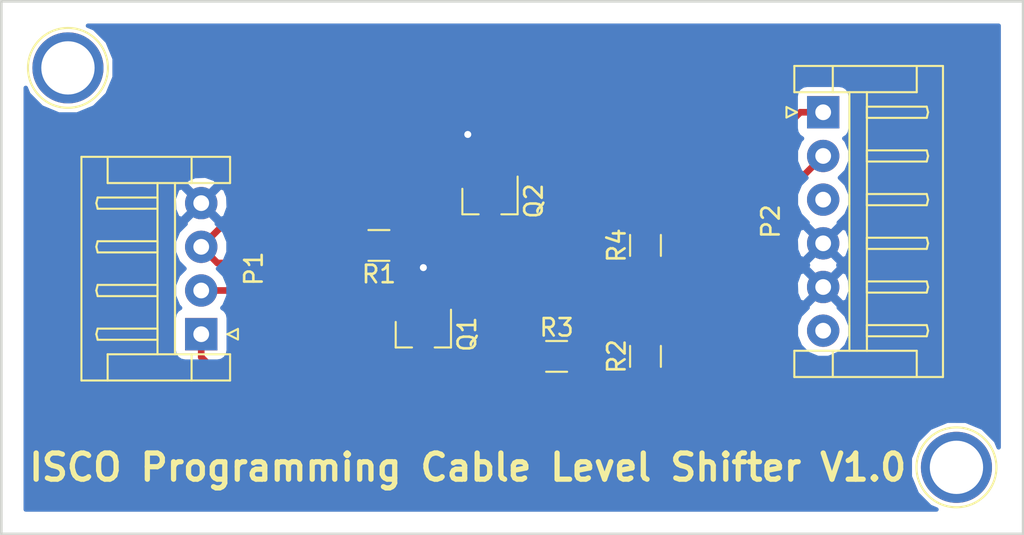
<source format=kicad_pcb>
(kicad_pcb (version 4) (host pcbnew 4.0.4-stable)

  (general
    (links 14)
    (no_connects 0)
    (area 119.304999 82.2322 177.875001 113.3998)
    (thickness 1.6)
    (drawings 5)
    (tracks 61)
    (zones 0)
    (modules 10)
    (nets 9)
  )

  (page A4)
  (layers
    (0 F.Cu signal)
    (31 B.Cu signal hide)
    (32 B.Adhes user)
    (33 F.Adhes user)
    (34 B.Paste user)
    (35 F.Paste user)
    (36 B.SilkS user)
    (37 F.SilkS user)
    (38 B.Mask user)
    (39 F.Mask user)
    (40 Dwgs.User user)
    (41 Cmts.User user)
    (42 Eco1.User user)
    (43 Eco2.User user)
    (44 Edge.Cuts user)
    (45 Margin user)
    (46 B.CrtYd user)
    (47 F.CrtYd user)
    (48 B.Fab user)
    (49 F.Fab user)
  )

  (setup
    (last_trace_width 0.381)
    (user_trace_width 0.381)
    (trace_clearance 0.3048)
    (zone_clearance 0.508)
    (zone_45_only yes)
    (trace_min 0.2)
    (segment_width 0.2)
    (edge_width 0.15)
    (via_size 0.6)
    (via_drill 0.4)
    (via_min_size 0.4)
    (via_min_drill 0.3)
    (uvia_size 0.3)
    (uvia_drill 0.1)
    (uvias_allowed no)
    (uvia_min_size 0.2)
    (uvia_min_drill 0.1)
    (pcb_text_width 0.3)
    (pcb_text_size 1.5 1.5)
    (mod_edge_width 0.15)
    (mod_text_size 1 1)
    (mod_text_width 0.15)
    (pad_size 1.524 1.524)
    (pad_drill 0.762)
    (pad_to_mask_clearance 0.2)
    (aux_axis_origin 0 0)
    (visible_elements FFFFFF7F)
    (pcbplotparams
      (layerselection 0x00030_80000001)
      (usegerberextensions false)
      (excludeedgelayer true)
      (linewidth 0.100000)
      (plotframeref false)
      (viasonmask false)
      (mode 1)
      (useauxorigin false)
      (hpglpennumber 1)
      (hpglpenspeed 20)
      (hpglpendiameter 15)
      (hpglpenoverlay 2)
      (psnegative false)
      (psa4output false)
      (plotreference true)
      (plotvalue true)
      (plotinvisibletext false)
      (padsonsilk false)
      (subtractmaskfromsilk false)
      (outputformat 1)
      (mirror false)
      (drillshape 1)
      (scaleselection 1)
      (outputdirectory ""))
  )

  (net 0 "")
  (net 1 "Net-(Q1-Pad1)")
  (net 2 "GND(B)")
  (net 3 "RX(E)")
  (net 4 "Net-(Q2-Pad1)")
  (net 5 "RX(yellow)")
  (net 6 "TX(orange)")
  (net 7 "+5V(red)")
  (net 8 "TX(D)")

  (net_class Default "This is the default net class."
    (clearance 0.3048)
    (trace_width 0.381)
    (via_dia 0.6)
    (via_drill 0.4)
    (uvia_dia 0.3)
    (uvia_drill 0.1)
    (add_net "+5V(red)")
    (add_net "GND(B)")
    (add_net "Net-(Q1-Pad1)")
    (add_net "Net-(Q2-Pad1)")
    (add_net "RX(E)")
    (add_net "RX(yellow)")
    (add_net "TX(D)")
    (add_net "TX(orange)")
  )

  (module TO_SOT_Packages_SMD:SOT-23 (layer F.Cu) (tedit 58CE4E7E) (tstamp 5A1DBDF5)
    (at 143.51 101.6 270)
    (descr "SOT-23, Standard")
    (tags SOT-23)
    (path /5A1DCCCA)
    (attr smd)
    (fp_text reference Q1 (at 0 -2.5 270) (layer F.SilkS)
      (effects (font (size 1 1) (thickness 0.15)))
    )
    (fp_text value MMBT3904 (at 2.54 -1.27 360) (layer F.Fab)
      (effects (font (size 1 1) (thickness 0.15)))
    )
    (fp_text user %R (at 0 0 360) (layer F.Fab)
      (effects (font (size 0.5 0.5) (thickness 0.075)))
    )
    (fp_line (start -0.7 -0.95) (end -0.7 1.5) (layer F.Fab) (width 0.1))
    (fp_line (start -0.15 -1.52) (end 0.7 -1.52) (layer F.Fab) (width 0.1))
    (fp_line (start -0.7 -0.95) (end -0.15 -1.52) (layer F.Fab) (width 0.1))
    (fp_line (start 0.7 -1.52) (end 0.7 1.52) (layer F.Fab) (width 0.1))
    (fp_line (start -0.7 1.52) (end 0.7 1.52) (layer F.Fab) (width 0.1))
    (fp_line (start 0.76 1.58) (end 0.76 0.65) (layer F.SilkS) (width 0.12))
    (fp_line (start 0.76 -1.58) (end 0.76 -0.65) (layer F.SilkS) (width 0.12))
    (fp_line (start -1.7 -1.75) (end 1.7 -1.75) (layer F.CrtYd) (width 0.05))
    (fp_line (start 1.7 -1.75) (end 1.7 1.75) (layer F.CrtYd) (width 0.05))
    (fp_line (start 1.7 1.75) (end -1.7 1.75) (layer F.CrtYd) (width 0.05))
    (fp_line (start -1.7 1.75) (end -1.7 -1.75) (layer F.CrtYd) (width 0.05))
    (fp_line (start 0.76 -1.58) (end -1.4 -1.58) (layer F.SilkS) (width 0.12))
    (fp_line (start 0.76 1.58) (end -0.7 1.58) (layer F.SilkS) (width 0.12))
    (pad 1 smd rect (at -1 -0.95 270) (size 0.9 0.8) (layers F.Cu F.Paste F.Mask)
      (net 1 "Net-(Q1-Pad1)"))
    (pad 2 smd rect (at -1 0.95 270) (size 0.9 0.8) (layers F.Cu F.Paste F.Mask)
      (net 2 "GND(B)"))
    (pad 3 smd rect (at 1 0 270) (size 0.9 0.8) (layers F.Cu F.Paste F.Mask)
      (net 3 "RX(E)"))
    (model ${KISYS3DMOD}/TO_SOT_Packages_SMD.3dshapes/SOT-23.wrl
      (at (xyz 0 0 0))
      (scale (xyz 1 1 1))
      (rotate (xyz 0 0 0))
    )
  )

  (module TO_SOT_Packages_SMD:SOT-23 (layer F.Cu) (tedit 58CE4E7E) (tstamp 5A1DBDFC)
    (at 147.32 93.98 270)
    (descr "SOT-23, Standard")
    (tags SOT-23)
    (path /5A1DCD13)
    (attr smd)
    (fp_text reference Q2 (at 0 -2.5 270) (layer F.SilkS)
      (effects (font (size 1 1) (thickness 0.15)))
    )
    (fp_text value MMBT3904 (at 0 2.5 270) (layer F.Fab)
      (effects (font (size 1 1) (thickness 0.15)))
    )
    (fp_text user %R (at 0 0 360) (layer F.Fab)
      (effects (font (size 0.5 0.5) (thickness 0.075)))
    )
    (fp_line (start -0.7 -0.95) (end -0.7 1.5) (layer F.Fab) (width 0.1))
    (fp_line (start -0.15 -1.52) (end 0.7 -1.52) (layer F.Fab) (width 0.1))
    (fp_line (start -0.7 -0.95) (end -0.15 -1.52) (layer F.Fab) (width 0.1))
    (fp_line (start 0.7 -1.52) (end 0.7 1.52) (layer F.Fab) (width 0.1))
    (fp_line (start -0.7 1.52) (end 0.7 1.52) (layer F.Fab) (width 0.1))
    (fp_line (start 0.76 1.58) (end 0.76 0.65) (layer F.SilkS) (width 0.12))
    (fp_line (start 0.76 -1.58) (end 0.76 -0.65) (layer F.SilkS) (width 0.12))
    (fp_line (start -1.7 -1.75) (end 1.7 -1.75) (layer F.CrtYd) (width 0.05))
    (fp_line (start 1.7 -1.75) (end 1.7 1.75) (layer F.CrtYd) (width 0.05))
    (fp_line (start 1.7 1.75) (end -1.7 1.75) (layer F.CrtYd) (width 0.05))
    (fp_line (start -1.7 1.75) (end -1.7 -1.75) (layer F.CrtYd) (width 0.05))
    (fp_line (start 0.76 -1.58) (end -1.4 -1.58) (layer F.SilkS) (width 0.12))
    (fp_line (start 0.76 1.58) (end -0.7 1.58) (layer F.SilkS) (width 0.12))
    (pad 1 smd rect (at -1 -0.95 270) (size 0.9 0.8) (layers F.Cu F.Paste F.Mask)
      (net 4 "Net-(Q2-Pad1)"))
    (pad 2 smd rect (at -1 0.95 270) (size 0.9 0.8) (layers F.Cu F.Paste F.Mask)
      (net 2 "GND(B)"))
    (pad 3 smd rect (at 1 0 270) (size 0.9 0.8) (layers F.Cu F.Paste F.Mask)
      (net 5 "RX(yellow)"))
    (model ${KISYS3DMOD}/TO_SOT_Packages_SMD.3dshapes/SOT-23.wrl
      (at (xyz 0 0 0))
      (scale (xyz 1 1 1))
      (rotate (xyz 0 0 0))
    )
  )

  (module Resistors_SMD:R_0805 (layer F.Cu) (tedit 58E0A804) (tstamp 5A1DBE02)
    (at 140.97 96.52 180)
    (descr "Resistor SMD 0805, reflow soldering, Vishay (see dcrcw.pdf)")
    (tags "resistor 0805")
    (path /5A1DB78F)
    (attr smd)
    (fp_text reference R1 (at 0 -1.65 180) (layer F.SilkS)
      (effects (font (size 1 1) (thickness 0.15)))
    )
    (fp_text value 5K (at 0 1.75 180) (layer F.Fab)
      (effects (font (size 1 1) (thickness 0.15)))
    )
    (fp_text user %R (at 0 0 180) (layer F.Fab)
      (effects (font (size 0.5 0.5) (thickness 0.075)))
    )
    (fp_line (start -1 0.62) (end -1 -0.62) (layer F.Fab) (width 0.1))
    (fp_line (start 1 0.62) (end -1 0.62) (layer F.Fab) (width 0.1))
    (fp_line (start 1 -0.62) (end 1 0.62) (layer F.Fab) (width 0.1))
    (fp_line (start -1 -0.62) (end 1 -0.62) (layer F.Fab) (width 0.1))
    (fp_line (start 0.6 0.88) (end -0.6 0.88) (layer F.SilkS) (width 0.12))
    (fp_line (start -0.6 -0.88) (end 0.6 -0.88) (layer F.SilkS) (width 0.12))
    (fp_line (start -1.55 -0.9) (end 1.55 -0.9) (layer F.CrtYd) (width 0.05))
    (fp_line (start -1.55 -0.9) (end -1.55 0.9) (layer F.CrtYd) (width 0.05))
    (fp_line (start 1.55 0.9) (end 1.55 -0.9) (layer F.CrtYd) (width 0.05))
    (fp_line (start 1.55 0.9) (end -1.55 0.9) (layer F.CrtYd) (width 0.05))
    (pad 1 smd rect (at -0.95 0 180) (size 0.7 1.3) (layers F.Cu F.Paste F.Mask)
      (net 1 "Net-(Q1-Pad1)"))
    (pad 2 smd rect (at 0.95 0 180) (size 0.7 1.3) (layers F.Cu F.Paste F.Mask)
      (net 6 "TX(orange)"))
    (model ${KISYS3DMOD}/Resistors_SMD.3dshapes/R_0805.wrl
      (at (xyz 0 0 0))
      (scale (xyz 1 1 1))
      (rotate (xyz 0 0 0))
    )
  )

  (module Resistors_SMD:R_0805 (layer F.Cu) (tedit 58E0A804) (tstamp 5A1DBE08)
    (at 156.21 102.87 90)
    (descr "Resistor SMD 0805, reflow soldering, Vishay (see dcrcw.pdf)")
    (tags "resistor 0805")
    (path /5A1DB7D2)
    (attr smd)
    (fp_text reference R2 (at 0 -1.65 90) (layer F.SilkS)
      (effects (font (size 1 1) (thickness 0.15)))
    )
    (fp_text value 5K (at 0 1.75 90) (layer F.Fab)
      (effects (font (size 1 1) (thickness 0.15)))
    )
    (fp_text user %R (at 0 0 90) (layer F.Fab)
      (effects (font (size 0.5 0.5) (thickness 0.075)))
    )
    (fp_line (start -1 0.62) (end -1 -0.62) (layer F.Fab) (width 0.1))
    (fp_line (start 1 0.62) (end -1 0.62) (layer F.Fab) (width 0.1))
    (fp_line (start 1 -0.62) (end 1 0.62) (layer F.Fab) (width 0.1))
    (fp_line (start -1 -0.62) (end 1 -0.62) (layer F.Fab) (width 0.1))
    (fp_line (start 0.6 0.88) (end -0.6 0.88) (layer F.SilkS) (width 0.12))
    (fp_line (start -0.6 -0.88) (end 0.6 -0.88) (layer F.SilkS) (width 0.12))
    (fp_line (start -1.55 -0.9) (end 1.55 -0.9) (layer F.CrtYd) (width 0.05))
    (fp_line (start -1.55 -0.9) (end -1.55 0.9) (layer F.CrtYd) (width 0.05))
    (fp_line (start 1.55 0.9) (end 1.55 -0.9) (layer F.CrtYd) (width 0.05))
    (fp_line (start 1.55 0.9) (end -1.55 0.9) (layer F.CrtYd) (width 0.05))
    (pad 1 smd rect (at -0.95 0 90) (size 0.7 1.3) (layers F.Cu F.Paste F.Mask)
      (net 7 "+5V(red)"))
    (pad 2 smd rect (at 0.95 0 90) (size 0.7 1.3) (layers F.Cu F.Paste F.Mask)
      (net 5 "RX(yellow)"))
    (model ${KISYS3DMOD}/Resistors_SMD.3dshapes/R_0805.wrl
      (at (xyz 0 0 0))
      (scale (xyz 1 1 1))
      (rotate (xyz 0 0 0))
    )
  )

  (module Resistors_SMD:R_0805 (layer F.Cu) (tedit 58E0A804) (tstamp 5A1DBE0E)
    (at 151.13 102.87)
    (descr "Resistor SMD 0805, reflow soldering, Vishay (see dcrcw.pdf)")
    (tags "resistor 0805")
    (path /5A1DBB34)
    (attr smd)
    (fp_text reference R3 (at 0 -1.65) (layer F.SilkS)
      (effects (font (size 1 1) (thickness 0.15)))
    )
    (fp_text value 5K (at 0 1.75) (layer F.Fab)
      (effects (font (size 1 1) (thickness 0.15)))
    )
    (fp_text user %R (at 0 0) (layer F.Fab)
      (effects (font (size 0.5 0.5) (thickness 0.075)))
    )
    (fp_line (start -1 0.62) (end -1 -0.62) (layer F.Fab) (width 0.1))
    (fp_line (start 1 0.62) (end -1 0.62) (layer F.Fab) (width 0.1))
    (fp_line (start 1 -0.62) (end 1 0.62) (layer F.Fab) (width 0.1))
    (fp_line (start -1 -0.62) (end 1 -0.62) (layer F.Fab) (width 0.1))
    (fp_line (start 0.6 0.88) (end -0.6 0.88) (layer F.SilkS) (width 0.12))
    (fp_line (start -0.6 -0.88) (end 0.6 -0.88) (layer F.SilkS) (width 0.12))
    (fp_line (start -1.55 -0.9) (end 1.55 -0.9) (layer F.CrtYd) (width 0.05))
    (fp_line (start -1.55 -0.9) (end -1.55 0.9) (layer F.CrtYd) (width 0.05))
    (fp_line (start 1.55 0.9) (end 1.55 -0.9) (layer F.CrtYd) (width 0.05))
    (fp_line (start 1.55 0.9) (end -1.55 0.9) (layer F.CrtYd) (width 0.05))
    (pad 1 smd rect (at -0.95 0) (size 0.7 1.3) (layers F.Cu F.Paste F.Mask)
      (net 3 "RX(E)"))
    (pad 2 smd rect (at 0.95 0) (size 0.7 1.3) (layers F.Cu F.Paste F.Mask)
      (net 7 "+5V(red)"))
    (model ${KISYS3DMOD}/Resistors_SMD.3dshapes/R_0805.wrl
      (at (xyz 0 0 0))
      (scale (xyz 1 1 1))
      (rotate (xyz 0 0 0))
    )
  )

  (module Resistors_SMD:R_0805 (layer F.Cu) (tedit 58E0A804) (tstamp 5A1DBE14)
    (at 156.21 96.52 90)
    (descr "Resistor SMD 0805, reflow soldering, Vishay (see dcrcw.pdf)")
    (tags "resistor 0805")
    (path /5A1DBC58)
    (attr smd)
    (fp_text reference R4 (at 0 -1.65 90) (layer F.SilkS)
      (effects (font (size 1 1) (thickness 0.15)))
    )
    (fp_text value 5K (at 0 1.75 90) (layer F.Fab)
      (effects (font (size 1 1) (thickness 0.15)))
    )
    (fp_text user %R (at 0 0 90) (layer F.Fab)
      (effects (font (size 0.5 0.5) (thickness 0.075)))
    )
    (fp_line (start -1 0.62) (end -1 -0.62) (layer F.Fab) (width 0.1))
    (fp_line (start 1 0.62) (end -1 0.62) (layer F.Fab) (width 0.1))
    (fp_line (start 1 -0.62) (end 1 0.62) (layer F.Fab) (width 0.1))
    (fp_line (start -1 -0.62) (end 1 -0.62) (layer F.Fab) (width 0.1))
    (fp_line (start 0.6 0.88) (end -0.6 0.88) (layer F.SilkS) (width 0.12))
    (fp_line (start -0.6 -0.88) (end 0.6 -0.88) (layer F.SilkS) (width 0.12))
    (fp_line (start -1.55 -0.9) (end 1.55 -0.9) (layer F.CrtYd) (width 0.05))
    (fp_line (start -1.55 -0.9) (end -1.55 0.9) (layer F.CrtYd) (width 0.05))
    (fp_line (start 1.55 0.9) (end 1.55 -0.9) (layer F.CrtYd) (width 0.05))
    (fp_line (start 1.55 0.9) (end -1.55 0.9) (layer F.CrtYd) (width 0.05))
    (pad 1 smd rect (at -0.95 0 90) (size 0.7 1.3) (layers F.Cu F.Paste F.Mask)
      (net 8 "TX(D)"))
    (pad 2 smd rect (at 0.95 0 90) (size 0.7 1.3) (layers F.Cu F.Paste F.Mask)
      (net 4 "Net-(Q2-Pad1)"))
    (model ${KISYS3DMOD}/Resistors_SMD.3dshapes/R_0805.wrl
      (at (xyz 0 0 0))
      (scale (xyz 1 1 1))
      (rotate (xyz 0 0 0))
    )
  )

  (module Connectors_JST:JST_EH_S04B-EH_04x2.50mm_Angled (layer F.Cu) (tedit 58A3B0B9) (tstamp 5A1DE01B)
    (at 130.81 101.6 90)
    (descr "JST EH series connector, S04B-EH, 2.50mm pitch, side entry")
    (tags "connector jst eh side horizontal angled")
    (path /5A1DE450)
    (fp_text reference P1 (at 3.75 3 90) (layer F.SilkS)
      (effects (font (size 1 1) (thickness 0.15)))
    )
    (fp_text value CONN_01X04 (at 3.75 -8 90) (layer F.Fab)
      (effects (font (size 1 1) (thickness 0.15)))
    )
    (fp_text user %R (at 3.75 -2 90) (layer F.Fab)
      (effects (font (size 1 1) (thickness 0.15)))
    )
    (fp_line (start -2.5 -6.7) (end -2.5 1.5) (layer F.Fab) (width 0.1))
    (fp_line (start -2.5 1.5) (end 10 1.5) (layer F.Fab) (width 0.1))
    (fp_line (start 10 1.5) (end 10 -6.7) (layer F.Fab) (width 0.1))
    (fp_line (start 10 -6.7) (end -2.5 -6.7) (layer F.Fab) (width 0.1))
    (fp_line (start -1.15 -0.55) (end -1.15 1.65) (layer F.SilkS) (width 0.12))
    (fp_line (start -1.15 1.65) (end -2.65 1.65) (layer F.SilkS) (width 0.12))
    (fp_line (start -2.65 1.65) (end -2.65 -6.85) (layer F.SilkS) (width 0.12))
    (fp_line (start -2.65 -6.85) (end 10.15 -6.85) (layer F.SilkS) (width 0.12))
    (fp_line (start 10.15 -6.85) (end 10.15 1.65) (layer F.SilkS) (width 0.12))
    (fp_line (start 10.15 1.65) (end 8.65 1.65) (layer F.SilkS) (width 0.12))
    (fp_line (start 8.65 1.65) (end 8.65 -0.55) (layer F.SilkS) (width 0.12))
    (fp_line (start -2.65 -5.35) (end -1.15 -5.35) (layer F.SilkS) (width 0.12))
    (fp_line (start -1.15 -5.35) (end -1.15 -0.55) (layer F.SilkS) (width 0.12))
    (fp_line (start -1.15 -0.55) (end -2.65 -0.55) (layer F.SilkS) (width 0.12))
    (fp_line (start 10.15 -5.35) (end 8.65 -5.35) (layer F.SilkS) (width 0.12))
    (fp_line (start 8.65 -5.35) (end 8.65 -0.55) (layer F.SilkS) (width 0.12))
    (fp_line (start 8.65 -0.55) (end 10.15 -0.55) (layer F.SilkS) (width 0.12))
    (fp_line (start -1.15 -2.5) (end 8.65 -2.5) (layer F.SilkS) (width 0.12))
    (fp_line (start -1.15 -1.5) (end 8.65 -1.5) (layer F.SilkS) (width 0.12))
    (fp_line (start 0 -2.5) (end -0.32 -2.5) (layer F.SilkS) (width 0.12))
    (fp_line (start -0.32 -2.5) (end -0.32 -5.92) (layer F.SilkS) (width 0.12))
    (fp_line (start -0.32 -5.92) (end 0 -6) (layer F.SilkS) (width 0.12))
    (fp_line (start 0 -6) (end 0.32 -5.92) (layer F.SilkS) (width 0.12))
    (fp_line (start 0.32 -5.92) (end 0.32 -2.5) (layer F.SilkS) (width 0.12))
    (fp_line (start 0.32 -2.5) (end 0 -2.5) (layer F.SilkS) (width 0.12))
    (fp_line (start 2.5 -2.5) (end 2.18 -2.5) (layer F.SilkS) (width 0.12))
    (fp_line (start 2.18 -2.5) (end 2.18 -5.92) (layer F.SilkS) (width 0.12))
    (fp_line (start 2.18 -5.92) (end 2.5 -6) (layer F.SilkS) (width 0.12))
    (fp_line (start 2.5 -6) (end 2.82 -5.92) (layer F.SilkS) (width 0.12))
    (fp_line (start 2.82 -5.92) (end 2.82 -2.5) (layer F.SilkS) (width 0.12))
    (fp_line (start 2.82 -2.5) (end 2.5 -2.5) (layer F.SilkS) (width 0.12))
    (fp_line (start 5 -2.5) (end 4.68 -2.5) (layer F.SilkS) (width 0.12))
    (fp_line (start 4.68 -2.5) (end 4.68 -5.92) (layer F.SilkS) (width 0.12))
    (fp_line (start 4.68 -5.92) (end 5 -6) (layer F.SilkS) (width 0.12))
    (fp_line (start 5 -6) (end 5.32 -5.92) (layer F.SilkS) (width 0.12))
    (fp_line (start 5.32 -5.92) (end 5.32 -2.5) (layer F.SilkS) (width 0.12))
    (fp_line (start 5.32 -2.5) (end 5 -2.5) (layer F.SilkS) (width 0.12))
    (fp_line (start 7.5 -2.5) (end 7.18 -2.5) (layer F.SilkS) (width 0.12))
    (fp_line (start 7.18 -2.5) (end 7.18 -5.92) (layer F.SilkS) (width 0.12))
    (fp_line (start 7.18 -5.92) (end 7.5 -6) (layer F.SilkS) (width 0.12))
    (fp_line (start 7.5 -6) (end 7.82 -5.92) (layer F.SilkS) (width 0.12))
    (fp_line (start 7.82 -5.92) (end 7.82 -2.5) (layer F.SilkS) (width 0.12))
    (fp_line (start 7.82 -2.5) (end 7.5 -2.5) (layer F.SilkS) (width 0.12))
    (fp_line (start 0 1.5) (end -0.3 2.1) (layer F.SilkS) (width 0.12))
    (fp_line (start -0.3 2.1) (end 0.3 2.1) (layer F.SilkS) (width 0.12))
    (fp_line (start 0.3 2.1) (end 0 1.5) (layer F.SilkS) (width 0.12))
    (fp_line (start 0 1.5) (end -0.3 2.1) (layer F.Fab) (width 0.1))
    (fp_line (start -0.3 2.1) (end 0.3 2.1) (layer F.Fab) (width 0.1))
    (fp_line (start 0.3 2.1) (end 0 1.5) (layer F.Fab) (width 0.1))
    (fp_line (start -3.15 -7.35) (end -3.15 2.15) (layer F.CrtYd) (width 0.05))
    (fp_line (start -3.15 2.15) (end 10.65 2.15) (layer F.CrtYd) (width 0.05))
    (fp_line (start 10.65 2.15) (end 10.65 -7.35) (layer F.CrtYd) (width 0.05))
    (fp_line (start 10.65 -7.35) (end -3.15 -7.35) (layer F.CrtYd) (width 0.05))
    (pad 1 thru_hole rect (at 0 0 90) (size 1.85 1.85) (drill 0.9) (layers *.Cu *.Mask)
      (net 6 "TX(orange)"))
    (pad 2 thru_hole circle (at 2.5 0 90) (size 1.85 1.85) (drill 0.9) (layers *.Cu *.Mask)
      (net 7 "+5V(red)"))
    (pad 3 thru_hole circle (at 5 0 90) (size 1.85 1.85) (drill 0.9) (layers *.Cu *.Mask)
      (net 5 "RX(yellow)"))
    (pad 4 thru_hole circle (at 7.5 0 90) (size 1.85 1.85) (drill 0.9) (layers *.Cu *.Mask)
      (net 2 "GND(B)"))
    (model Connectors_JST.3dshapes/JST_EH_S04B-EH_04x2.50mm_Angled.wrl
      (at (xyz 0 0 0))
      (scale (xyz 1 1 1))
      (rotate (xyz 0 0 0))
    )
  )

  (module Connectors_JST:JST_EH_S06B-EH_06x2.50mm_Angled (layer F.Cu) (tedit 58A3B0B9) (tstamp 5A1DE025)
    (at 166.37 88.9 270)
    (descr "JST EH series connector, S06B-EH, 2.50mm pitch, side entry")
    (tags "connector jst eh side horizontal angled")
    (path /5A1DE884)
    (fp_text reference P2 (at 6.25 3 270) (layer F.SilkS)
      (effects (font (size 1 1) (thickness 0.15)))
    )
    (fp_text value CONN_01X06 (at 6.25 -8 270) (layer F.Fab)
      (effects (font (size 1 1) (thickness 0.15)))
    )
    (fp_text user %R (at 6.25 -2 270) (layer F.Fab)
      (effects (font (size 1 1) (thickness 0.15)))
    )
    (fp_line (start -2.5 -6.7) (end -2.5 1.5) (layer F.Fab) (width 0.1))
    (fp_line (start -2.5 1.5) (end 15 1.5) (layer F.Fab) (width 0.1))
    (fp_line (start 15 1.5) (end 15 -6.7) (layer F.Fab) (width 0.1))
    (fp_line (start 15 -6.7) (end -2.5 -6.7) (layer F.Fab) (width 0.1))
    (fp_line (start -1.15 -0.55) (end -1.15 1.65) (layer F.SilkS) (width 0.12))
    (fp_line (start -1.15 1.65) (end -2.65 1.65) (layer F.SilkS) (width 0.12))
    (fp_line (start -2.65 1.65) (end -2.65 -6.85) (layer F.SilkS) (width 0.12))
    (fp_line (start -2.65 -6.85) (end 15.15 -6.85) (layer F.SilkS) (width 0.12))
    (fp_line (start 15.15 -6.85) (end 15.15 1.65) (layer F.SilkS) (width 0.12))
    (fp_line (start 15.15 1.65) (end 13.65 1.65) (layer F.SilkS) (width 0.12))
    (fp_line (start 13.65 1.65) (end 13.65 -0.55) (layer F.SilkS) (width 0.12))
    (fp_line (start -2.65 -5.35) (end -1.15 -5.35) (layer F.SilkS) (width 0.12))
    (fp_line (start -1.15 -5.35) (end -1.15 -0.55) (layer F.SilkS) (width 0.12))
    (fp_line (start -1.15 -0.55) (end -2.65 -0.55) (layer F.SilkS) (width 0.12))
    (fp_line (start 15.15 -5.35) (end 13.65 -5.35) (layer F.SilkS) (width 0.12))
    (fp_line (start 13.65 -5.35) (end 13.65 -0.55) (layer F.SilkS) (width 0.12))
    (fp_line (start 13.65 -0.55) (end 15.15 -0.55) (layer F.SilkS) (width 0.12))
    (fp_line (start -1.15 -2.5) (end 13.65 -2.5) (layer F.SilkS) (width 0.12))
    (fp_line (start -1.15 -1.5) (end 13.65 -1.5) (layer F.SilkS) (width 0.12))
    (fp_line (start 0 -2.5) (end -0.32 -2.5) (layer F.SilkS) (width 0.12))
    (fp_line (start -0.32 -2.5) (end -0.32 -5.92) (layer F.SilkS) (width 0.12))
    (fp_line (start -0.32 -5.92) (end 0 -6) (layer F.SilkS) (width 0.12))
    (fp_line (start 0 -6) (end 0.32 -5.92) (layer F.SilkS) (width 0.12))
    (fp_line (start 0.32 -5.92) (end 0.32 -2.5) (layer F.SilkS) (width 0.12))
    (fp_line (start 0.32 -2.5) (end 0 -2.5) (layer F.SilkS) (width 0.12))
    (fp_line (start 2.5 -2.5) (end 2.18 -2.5) (layer F.SilkS) (width 0.12))
    (fp_line (start 2.18 -2.5) (end 2.18 -5.92) (layer F.SilkS) (width 0.12))
    (fp_line (start 2.18 -5.92) (end 2.5 -6) (layer F.SilkS) (width 0.12))
    (fp_line (start 2.5 -6) (end 2.82 -5.92) (layer F.SilkS) (width 0.12))
    (fp_line (start 2.82 -5.92) (end 2.82 -2.5) (layer F.SilkS) (width 0.12))
    (fp_line (start 2.82 -2.5) (end 2.5 -2.5) (layer F.SilkS) (width 0.12))
    (fp_line (start 5 -2.5) (end 4.68 -2.5) (layer F.SilkS) (width 0.12))
    (fp_line (start 4.68 -2.5) (end 4.68 -5.92) (layer F.SilkS) (width 0.12))
    (fp_line (start 4.68 -5.92) (end 5 -6) (layer F.SilkS) (width 0.12))
    (fp_line (start 5 -6) (end 5.32 -5.92) (layer F.SilkS) (width 0.12))
    (fp_line (start 5.32 -5.92) (end 5.32 -2.5) (layer F.SilkS) (width 0.12))
    (fp_line (start 5.32 -2.5) (end 5 -2.5) (layer F.SilkS) (width 0.12))
    (fp_line (start 7.5 -2.5) (end 7.18 -2.5) (layer F.SilkS) (width 0.12))
    (fp_line (start 7.18 -2.5) (end 7.18 -5.92) (layer F.SilkS) (width 0.12))
    (fp_line (start 7.18 -5.92) (end 7.5 -6) (layer F.SilkS) (width 0.12))
    (fp_line (start 7.5 -6) (end 7.82 -5.92) (layer F.SilkS) (width 0.12))
    (fp_line (start 7.82 -5.92) (end 7.82 -2.5) (layer F.SilkS) (width 0.12))
    (fp_line (start 7.82 -2.5) (end 7.5 -2.5) (layer F.SilkS) (width 0.12))
    (fp_line (start 10 -2.5) (end 9.68 -2.5) (layer F.SilkS) (width 0.12))
    (fp_line (start 9.68 -2.5) (end 9.68 -5.92) (layer F.SilkS) (width 0.12))
    (fp_line (start 9.68 -5.92) (end 10 -6) (layer F.SilkS) (width 0.12))
    (fp_line (start 10 -6) (end 10.32 -5.92) (layer F.SilkS) (width 0.12))
    (fp_line (start 10.32 -5.92) (end 10.32 -2.5) (layer F.SilkS) (width 0.12))
    (fp_line (start 10.32 -2.5) (end 10 -2.5) (layer F.SilkS) (width 0.12))
    (fp_line (start 12.5 -2.5) (end 12.18 -2.5) (layer F.SilkS) (width 0.12))
    (fp_line (start 12.18 -2.5) (end 12.18 -5.92) (layer F.SilkS) (width 0.12))
    (fp_line (start 12.18 -5.92) (end 12.5 -6) (layer F.SilkS) (width 0.12))
    (fp_line (start 12.5 -6) (end 12.82 -5.92) (layer F.SilkS) (width 0.12))
    (fp_line (start 12.82 -5.92) (end 12.82 -2.5) (layer F.SilkS) (width 0.12))
    (fp_line (start 12.82 -2.5) (end 12.5 -2.5) (layer F.SilkS) (width 0.12))
    (fp_line (start 0 1.5) (end -0.3 2.1) (layer F.SilkS) (width 0.12))
    (fp_line (start -0.3 2.1) (end 0.3 2.1) (layer F.SilkS) (width 0.12))
    (fp_line (start 0.3 2.1) (end 0 1.5) (layer F.SilkS) (width 0.12))
    (fp_line (start 0 1.5) (end -0.3 2.1) (layer F.Fab) (width 0.1))
    (fp_line (start -0.3 2.1) (end 0.3 2.1) (layer F.Fab) (width 0.1))
    (fp_line (start 0.3 2.1) (end 0 1.5) (layer F.Fab) (width 0.1))
    (fp_line (start -3.15 -7.35) (end -3.15 2.15) (layer F.CrtYd) (width 0.05))
    (fp_line (start -3.15 2.15) (end 15.65 2.15) (layer F.CrtYd) (width 0.05))
    (fp_line (start 15.65 2.15) (end 15.65 -7.35) (layer F.CrtYd) (width 0.05))
    (fp_line (start 15.65 -7.35) (end -3.15 -7.35) (layer F.CrtYd) (width 0.05))
    (pad 1 thru_hole rect (at 0 0 270) (size 1.85 1.85) (drill 0.9) (layers *.Cu *.Mask)
      (net 3 "RX(E)"))
    (pad 2 thru_hole circle (at 2.5 0 270) (size 1.85 1.85) (drill 0.9) (layers *.Cu *.Mask)
      (net 8 "TX(D)"))
    (pad 3 thru_hole circle (at 5 0 270) (size 1.85 1.85) (drill 0.9) (layers *.Cu *.Mask))
    (pad 4 thru_hole circle (at 7.5 0 270) (size 1.85 1.85) (drill 0.9) (layers *.Cu *.Mask)
      (net 2 "GND(B)"))
    (pad 5 thru_hole circle (at 10 0 270) (size 1.85 1.85) (drill 0.9) (layers *.Cu *.Mask)
      (net 2 "GND(B)"))
    (pad 6 thru_hole circle (at 12.5 0 270) (size 1.85 1.85) (drill 0.9) (layers *.Cu *.Mask))
    (model Connectors_JST.3dshapes/JST_EH_S06B-EH_06x2.50mm_Angled.wrl
      (at (xyz 0 0 0))
      (scale (xyz 1 1 1))
      (rotate (xyz 0 0 0))
    )
  )

  (module Connect:1pin (layer F.Cu) (tedit 5A1DE76A) (tstamp 5A1DE111)
    (at 173.99 109.22)
    (descr "module 1 pin (ou trou mecanique de percage)")
    (tags DEV)
    (fp_text reference REF** (at 0 -3.048) (layer F.SilkS) hide
      (effects (font (size 1 1) (thickness 0.15)))
    )
    (fp_text value 1pin (at 0 3) (layer F.Fab) hide
      (effects (font (size 1 1) (thickness 0.15)))
    )
    (fp_circle (center 0 0) (end 2 0.8) (layer F.Fab) (width 0.1))
    (fp_circle (center 0 0) (end 2.6 0) (layer F.CrtYd) (width 0.05))
    (fp_circle (center 0 0) (end 0 -2.286) (layer F.SilkS) (width 0.12))
    (pad 1 thru_hole circle (at 0 0) (size 4.064 4.064) (drill 3.048) (layers *.Cu *.Mask))
  )

  (module Connect:1pin (layer F.Cu) (tedit 5A1DE770) (tstamp 5A1DE129)
    (at 123.19 86.36)
    (descr "module 1 pin (ou trou mecanique de percage)")
    (tags DEV)
    (fp_text reference REF** (at 0 -3.048) (layer F.SilkS) hide
      (effects (font (size 1 1) (thickness 0.15)))
    )
    (fp_text value 1pin (at 0 3) (layer F.Fab) hide
      (effects (font (size 1 1) (thickness 0.15)))
    )
    (fp_circle (center 0 0) (end 2 0.8) (layer F.Fab) (width 0.1))
    (fp_circle (center 0 0) (end 2.6 0) (layer F.CrtYd) (width 0.05))
    (fp_circle (center 0 0) (end 0 -2.286) (layer F.SilkS) (width 0.12))
    (pad 1 thru_hole circle (at 0 0) (size 4.064 4.064) (drill 3.048) (layers *.Cu *.Mask))
  )

  (gr_text "ISCO Programming Cable Level Shifter V1.0" (at 146.05 109.22) (layer F.SilkS)
    (effects (font (size 1.5 1.5) (thickness 0.3)))
  )
  (gr_line (start 177.8 113.03) (end 177.8 82.55) (angle 90) (layer Edge.Cuts) (width 0.15))
  (gr_line (start 119.38 113.03) (end 177.8 113.03) (angle 90) (layer Edge.Cuts) (width 0.15))
  (gr_line (start 119.38 82.55) (end 119.38 113.03) (angle 90) (layer Edge.Cuts) (width 0.15))
  (gr_line (start 177.8 82.55) (end 119.38 82.55) (angle 90) (layer Edge.Cuts) (width 0.15))

  (segment (start 144.46 99.769) (end 144.46 100.6) (width 0.381) (layer F.Cu) (net 1))
  (segment (start 144.46 97.562952) (end 144.46 99.769) (width 0.381) (layer F.Cu) (net 1))
  (segment (start 143.417048 96.52) (end 144.46 97.562952) (width 0.381) (layer F.Cu) (net 1))
  (segment (start 141.92 96.52) (end 143.417048 96.52) (width 0.381) (layer F.Cu) (net 1))
  (segment (start 142.56 100.6) (end 142.56 98.74) (width 0.381) (layer F.Cu) (net 2))
  (segment (start 142.56 98.74) (end 143.51 97.79) (width 0.381) (layer F.Cu) (net 2))
  (via (at 143.51 97.79) (size 0.6) (drill 0.4) (layers F.Cu B.Cu) (net 2))
  (segment (start 146.05 90.17) (end 142.24 93.98) (width 0.381) (layer B.Cu) (net 2))
  (segment (start 146.37 92.98) (end 146.37 90.49) (width 0.381) (layer F.Cu) (net 2))
  (segment (start 146.37 90.49) (end 146.05 90.17) (width 0.381) (layer F.Cu) (net 2))
  (via (at 146.05 90.17) (size 0.6) (drill 0.4) (layers F.Cu B.Cu) (net 2))
  (segment (start 146.37 93.03) (end 146.37 92.98) (width 0.381) (layer F.Cu) (net 2))
  (segment (start 155.163759 96.624699) (end 150.18 101.608458) (width 0.381) (layer F.Cu) (net 3))
  (segment (start 157.339301 96.624699) (end 155.163759 96.624699) (width 0.381) (layer F.Cu) (net 3))
  (segment (start 166.37 88.9) (end 165.064 88.9) (width 0.381) (layer F.Cu) (net 3))
  (segment (start 165.064 88.9) (end 157.339301 96.624699) (width 0.381) (layer F.Cu) (net 3))
  (segment (start 150.18 101.608458) (end 150.18 101.839) (width 0.381) (layer F.Cu) (net 3))
  (segment (start 150.18 101.839) (end 150.18 102.87) (width 0.381) (layer F.Cu) (net 3))
  (segment (start 150.18 102.87) (end 143.78 102.87) (width 0.381) (layer F.Cu) (net 3))
  (segment (start 143.78 102.87) (end 143.51 102.6) (width 0.381) (layer F.Cu) (net 3))
  (segment (start 156.21 95.57) (end 150.81 95.57) (width 0.381) (layer F.Cu) (net 4))
  (segment (start 150.81 95.57) (end 148.27 93.03) (width 0.381) (layer F.Cu) (net 4))
  (segment (start 148.27 93.03) (end 148.27 92.98) (width 0.381) (layer F.Cu) (net 4))
  (segment (start 132.744189 94.665811) (end 147.005811 94.665811) (width 0.381) (layer F.Cu) (net 5))
  (segment (start 147.005811 94.665811) (end 147.32 94.98) (width 0.381) (layer F.Cu) (net 5))
  (segment (start 130.81 96.6) (end 132.744189 94.665811) (width 0.381) (layer F.Cu) (net 5))
  (segment (start 153.004189 104.825811) (end 155.91 101.92) (width 0.381) (layer F.Cu) (net 5))
  (segment (start 131.734999 97.524999) (end 132.115116 97.524999) (width 0.381) (layer F.Cu) (net 5))
  (segment (start 155.91 101.92) (end 156.21 101.92) (width 0.381) (layer F.Cu) (net 5))
  (segment (start 132.115116 97.524999) (end 139.415928 104.825811) (width 0.381) (layer F.Cu) (net 5))
  (segment (start 130.81 96.6) (end 131.734999 97.524999) (width 0.381) (layer F.Cu) (net 5))
  (segment (start 139.415928 104.825811) (end 153.004189 104.825811) (width 0.381) (layer F.Cu) (net 5))
  (segment (start 130.81 101.6) (end 130.81 102.906) (width 0.381) (layer F.Cu) (net 6))
  (segment (start 155.241542 106.68) (end 158.041111 103.880431) (width 0.381) (layer F.Cu) (net 6))
  (segment (start 130.81 102.906) (end 134.584 106.68) (width 0.381) (layer F.Cu) (net 6))
  (segment (start 134.584 106.68) (end 155.241542 106.68) (width 0.381) (layer F.Cu) (net 6))
  (segment (start 158.041111 100.889688) (end 157.540312 100.388889) (width 0.381) (layer F.Cu) (net 6))
  (segment (start 158.041111 103.880431) (end 158.041111 100.889688) (width 0.381) (layer F.Cu) (net 6))
  (segment (start 139.7 104.14) (end 140.02 103.82) (width 0.381) (layer F.Cu) (net 6))
  (segment (start 157.540312 100.388889) (end 152.669569 100.388889) (width 0.381) (layer F.Cu) (net 6))
  (segment (start 152.669569 100.388889) (end 151.025301 102.033157) (width 0.381) (layer F.Cu) (net 6))
  (segment (start 151.025301 102.033157) (end 151.025301 103.916241) (width 0.381) (layer F.Cu) (net 6))
  (segment (start 151.025301 103.916241) (end 150.801542 104.14) (width 0.381) (layer F.Cu) (net 6))
  (segment (start 150.801542 104.14) (end 139.7 104.14) (width 0.381) (layer F.Cu) (net 6))
  (segment (start 140.02 103.82) (end 140.02 96.52) (width 0.381) (layer F.Cu) (net 6))
  (segment (start 153.787378 105.511622) (end 156.21 103.089) (width 0.381) (layer F.Cu) (net 7))
  (segment (start 139.131856 105.511622) (end 153.787378 105.511622) (width 0.381) (layer F.Cu) (net 7))
  (segment (start 130.81 99.1) (end 132.720234 99.1) (width 0.381) (layer F.Cu) (net 7))
  (segment (start 132.720234 99.1) (end 139.131856 105.511622) (width 0.381) (layer F.Cu) (net 7))
  (segment (start 156.21 103.089) (end 156.21 103.82) (width 0.381) (layer F.Cu) (net 7))
  (segment (start 157.256241 102.765301) (end 157.355301 102.666241) (width 0.381) (layer F.Cu) (net 7))
  (segment (start 156.21 103.089) (end 156.533699 102.765301) (width 0.381) (layer F.Cu) (net 7))
  (segment (start 152.08 102.57) (end 152.08 102.87) (width 0.381) (layer F.Cu) (net 7))
  (segment (start 156.533699 102.765301) (end 157.256241 102.765301) (width 0.381) (layer F.Cu) (net 7))
  (segment (start 157.256241 101.074699) (end 153.575301 101.074699) (width 0.381) (layer F.Cu) (net 7))
  (segment (start 157.355301 102.666241) (end 157.355301 101.173759) (width 0.381) (layer F.Cu) (net 7))
  (segment (start 157.355301 101.173759) (end 157.256241 101.074699) (width 0.381) (layer F.Cu) (net 7))
  (segment (start 153.575301 101.074699) (end 152.08 102.57) (width 0.381) (layer F.Cu) (net 7))
  (segment (start 157.241 97.47) (end 156.21 97.47) (width 0.381) (layer F.Cu) (net 8))
  (segment (start 160.3 97.47) (end 157.241 97.47) (width 0.381) (layer F.Cu) (net 8))
  (segment (start 166.37 91.4) (end 160.3 97.47) (width 0.381) (layer F.Cu) (net 8))

  (zone (net 2) (net_name "GND(B)") (layer B.Cu) (tstamp 5A1DE14E) (hatch edge 0.508)
    (connect_pads (clearance 0.508))
    (min_thickness 0.254)
    (fill yes (arc_segments 16) (thermal_gap 0.508) (thermal_bridge_width 0.508))
    (polygon
      (pts
        (xy 176.53 111.76) (xy 120.65 111.76) (xy 120.65 83.82) (xy 176.53 83.82)
      )
    )
    (filled_polygon
      (pts
        (xy 176.403 108.075983) (xy 176.252291 107.711239) (xy 175.502707 106.960345) (xy 174.522827 106.553464) (xy 173.461828 106.552538)
        (xy 172.481239 106.957709) (xy 171.730345 107.707293) (xy 171.323464 108.687173) (xy 171.322538 109.748172) (xy 171.727709 110.728761)
        (xy 172.477293 111.479655) (xy 172.846589 111.633) (xy 120.777 111.633) (xy 120.777 100.675) (xy 129.23756 100.675)
        (xy 129.23756 102.525) (xy 129.281838 102.760317) (xy 129.42091 102.976441) (xy 129.63311 103.121431) (xy 129.885 103.17244)
        (xy 131.735 103.17244) (xy 131.970317 103.128162) (xy 132.186441 102.98909) (xy 132.331431 102.77689) (xy 132.38244 102.525)
        (xy 132.38244 101.708942) (xy 164.80973 101.708942) (xy 165.046725 102.282514) (xy 165.485177 102.721732) (xy 166.058336 102.959728)
        (xy 166.678942 102.96027) (xy 167.252514 102.723275) (xy 167.691732 102.284823) (xy 167.929728 101.711664) (xy 167.93027 101.091058)
        (xy 167.693275 100.517486) (xy 167.259426 100.082879) (xy 167.288651 99.998256) (xy 166.37 99.079605) (xy 165.451349 99.998256)
        (xy 165.480765 100.083434) (xy 165.048268 100.515177) (xy 164.810272 101.088336) (xy 164.80973 101.708942) (xy 132.38244 101.708942)
        (xy 132.38244 100.675) (xy 132.338162 100.439683) (xy 132.19909 100.223559) (xy 132.017126 100.099229) (xy 132.131732 99.984823)
        (xy 132.369728 99.411664) (xy 132.37027 98.791058) (xy 132.313378 98.653368) (xy 164.798675 98.653368) (xy 164.823903 99.273461)
        (xy 165.012668 99.729179) (xy 165.271744 99.818651) (xy 166.190395 98.9) (xy 166.549605 98.9) (xy 167.468256 99.818651)
        (xy 167.727332 99.729179) (xy 167.941325 99.146632) (xy 167.916097 98.526539) (xy 167.727332 98.070821) (xy 167.468256 97.981349)
        (xy 166.549605 98.9) (xy 166.190395 98.9) (xy 165.271744 97.981349) (xy 165.012668 98.070821) (xy 164.798675 98.653368)
        (xy 132.313378 98.653368) (xy 132.133275 98.217486) (xy 131.766174 97.849744) (xy 132.118275 97.498256) (xy 165.451349 97.498256)
        (xy 165.503754 97.65) (xy 165.451349 97.801744) (xy 166.37 98.720395) (xy 167.288651 97.801744) (xy 167.236246 97.65)
        (xy 167.288651 97.498256) (xy 166.37 96.579605) (xy 165.451349 97.498256) (xy 132.118275 97.498256) (xy 132.131732 97.484823)
        (xy 132.369728 96.911664) (xy 132.37027 96.291058) (xy 132.313378 96.153368) (xy 164.798675 96.153368) (xy 164.823903 96.773461)
        (xy 165.012668 97.229179) (xy 165.271744 97.318651) (xy 166.190395 96.4) (xy 166.549605 96.4) (xy 167.468256 97.318651)
        (xy 167.727332 97.229179) (xy 167.941325 96.646632) (xy 167.916097 96.026539) (xy 167.727332 95.570821) (xy 167.468256 95.481349)
        (xy 166.549605 96.4) (xy 166.190395 96.4) (xy 165.271744 95.481349) (xy 165.012668 95.570821) (xy 164.798675 96.153368)
        (xy 132.313378 96.153368) (xy 132.133275 95.717486) (xy 131.699426 95.282879) (xy 131.728651 95.198256) (xy 130.81 94.279605)
        (xy 129.891349 95.198256) (xy 129.920765 95.283434) (xy 129.488268 95.715177) (xy 129.250272 96.288336) (xy 129.24973 96.908942)
        (xy 129.486725 97.482514) (xy 129.853826 97.850256) (xy 129.488268 98.215177) (xy 129.250272 98.788336) (xy 129.24973 99.408942)
        (xy 129.486725 99.982514) (xy 129.604754 100.100749) (xy 129.433559 100.21091) (xy 129.288569 100.42311) (xy 129.23756 100.675)
        (xy 120.777 100.675) (xy 120.777 93.853368) (xy 129.238675 93.853368) (xy 129.263903 94.473461) (xy 129.452668 94.929179)
        (xy 129.711744 95.018651) (xy 130.630395 94.1) (xy 130.989605 94.1) (xy 131.908256 95.018651) (xy 132.167332 94.929179)
        (xy 132.381325 94.346632) (xy 132.356097 93.726539) (xy 132.167332 93.270821) (xy 131.908256 93.181349) (xy 130.989605 94.1)
        (xy 130.630395 94.1) (xy 129.711744 93.181349) (xy 129.452668 93.270821) (xy 129.238675 93.853368) (xy 120.777 93.853368)
        (xy 120.777 93.001744) (xy 129.891349 93.001744) (xy 130.81 93.920395) (xy 131.728651 93.001744) (xy 131.639179 92.742668)
        (xy 131.056632 92.528675) (xy 130.436539 92.553903) (xy 129.980821 92.742668) (xy 129.891349 93.001744) (xy 120.777 93.001744)
        (xy 120.777 87.504017) (xy 120.927709 87.868761) (xy 121.677293 88.619655) (xy 122.657173 89.026536) (xy 123.718172 89.027462)
        (xy 124.698761 88.622291) (xy 125.347183 87.975) (xy 164.79756 87.975) (xy 164.79756 89.825) (xy 164.841838 90.060317)
        (xy 164.98091 90.276441) (xy 165.162874 90.400771) (xy 165.048268 90.515177) (xy 164.810272 91.088336) (xy 164.80973 91.708942)
        (xy 165.046725 92.282514) (xy 165.413826 92.650256) (xy 165.048268 93.015177) (xy 164.810272 93.588336) (xy 164.80973 94.208942)
        (xy 165.046725 94.782514) (xy 165.480574 95.217121) (xy 165.451349 95.301744) (xy 166.37 96.220395) (xy 167.288651 95.301744)
        (xy 167.259235 95.216566) (xy 167.691732 94.784823) (xy 167.929728 94.211664) (xy 167.93027 93.591058) (xy 167.693275 93.017486)
        (xy 167.326174 92.649744) (xy 167.691732 92.284823) (xy 167.929728 91.711664) (xy 167.93027 91.091058) (xy 167.693275 90.517486)
        (xy 167.575246 90.399251) (xy 167.746441 90.28909) (xy 167.891431 90.07689) (xy 167.94244 89.825) (xy 167.94244 87.975)
        (xy 167.898162 87.739683) (xy 167.75909 87.523559) (xy 167.54689 87.378569) (xy 167.295 87.32756) (xy 165.445 87.32756)
        (xy 165.209683 87.371838) (xy 164.993559 87.51091) (xy 164.848569 87.72311) (xy 164.79756 87.975) (xy 125.347183 87.975)
        (xy 125.449655 87.872707) (xy 125.856536 86.892827) (xy 125.857462 85.831828) (xy 125.452291 84.851239) (xy 124.702707 84.100345)
        (xy 124.333411 83.947) (xy 176.403 83.947)
      )
    )
  )
)

</source>
